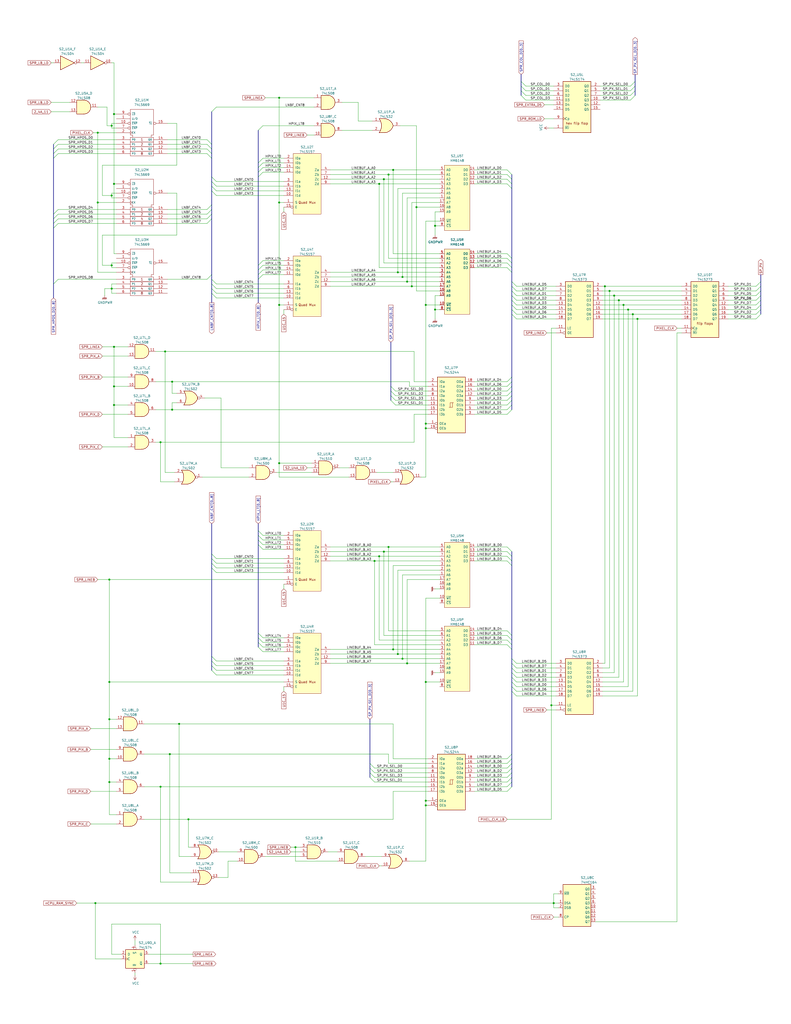
<source format=kicad_sch>
(kicad_sch (version 20230121) (generator eeschema)
  (paper "C" portrait)
  (title_block (title "Slapfight Arcade PCB") (company "Schematics created by Neil Ward & Anton Gale"))
  (junction (at 237.49 123.19))
  (junction (at 60.96 144.78))
  (junction (at 217.17 148.59))
  (junction (at 87.63 429.26))
  (junction (at 152.4 252.73))
  (junction (at 302.26 492.76))
  (junction (at 62.23 220.98))
  (junction (at 207.01 100.33))
  (junction (at 87.63 525.78))
  (junction (at 300.99 384.81))
  (junction (at 97.79 394.97))
  (junction (at 93.98 208.28))
  (junction (at 62.23 100.33))
  (junction (at 152.4 110.49))
  (junction (at 222.25 361.95))
  (junction (at 209.55 97.79))
  (junction (at 232.41 436.88))
  (junction (at 62.23 210.82))
  (junction (at 219.71 359.41))
  (junction (at 214.63 92.71))
  (junction (at 335.28 161.29))
  (junction (at 237.49 168.91))
  (junction (at 60.96 157.48))
  (junction (at 90.17 191.77))
  (junction (at 222.25 153.67))
  (junction (at 219.71 151.13))
  (junction (at 345.44 171.45))
  (junction (at 232.41 372.11))
  (junction (at 161.29 462.28))
  (junction (at 209.55 300.99))
  (junction (at 102.87 447.04))
  (junction (at 337.82 163.83))
  (junction (at 53.34 72.39))
  (junction (at 342.9 168.91))
  (junction (at 52.07 492.76))
  (junction (at 59.69 414.02))
  (junction (at 92.71 411.48))
  (junction (at 214.63 354.33))
  (junction (at 62.23 189.23))
  (junction (at 232.41 233.68))
  (junction (at 232.41 231.14))
  (junction (at 152.4 53.34))
  (junction (at 347.98 173.99))
  (junction (at 59.69 316.23))
  (junction (at 212.09 298.45))
  (junction (at 217.17 356.87))
  (junction (at 59.69 392.43))
  (junction (at 212.09 95.25))
  (junction (at 59.69 372.11))
  (junction (at 60.96 68.58))
  (junction (at 224.79 156.21))
  (junction (at 330.2 156.21))
  (junction (at 207.01 303.53))
  (junction (at 152.4 166.37))
  (junction (at 332.74 158.75))
  (junction (at 59.69 426.72))
  (junction (at 232.41 439.42))
  (junction (at 93.98 223.52))
  (junction (at 204.47 306.07))
  (junction (at 340.36 166.37))
  (junction (at 53.34 110.49))
  (junction (at 232.41 166.37))
  (junction (at 227.33 113.03))
  (junction (at 87.63 241.3))
  (junction (at 60.96 106.68))
  (junction (at 62.23 62.23))
  (bus_entry (at 113.03 114.3) (size 2.54 -2.54))
  (bus_entry (at 118.11 157.48) (size -2.54 -2.54))
  (bus_entry (at 140.97 91.44) (size 2.54 -2.54))
  (bus_entry (at 140.97 71.12) (size 2.54 -2.54))
  (bus_entry (at 31.75 121.92) (size -2.54 2.54))
  (bus_entry (at 140.97 353.06) (size 2.54 2.54))
  (bus_entry (at 213.36 215.9) (size 2.54 2.54))
  (bus_entry (at 281.94 372.11) (size -2.54 -2.54))
  (bus_entry (at 281.94 377.19) (size -2.54 -2.54))
  (bus_entry (at 281.94 161.29) (size -2.54 -2.54))
  (bus_entry (at 281.94 367.03) (size -2.54 -2.54))
  (bus_entry (at 118.11 368.3) (size -2.54 -2.54))
  (bus_entry (at 118.11 304.8) (size -2.54 -2.54))
  (bus_entry (at 276.86 431.8) (size 2.54 -2.54))
  (bus_entry (at 276.86 300.99) (size 2.54 2.54))
  (bus_entry (at 118.11 160.02) (size -2.54 -2.54))
  (bus_entry (at 415.29 168.91) (size -2.54 2.54))
  (bus_entry (at 284.48 52.07) (size 2.54 2.54))
  (bus_entry (at 31.75 119.38) (size -2.54 2.54))
  (bus_entry (at 140.97 289.56) (size 2.54 2.54))
  (bus_entry (at 276.86 210.82) (size 2.54 -2.54))
  (bus_entry (at 140.97 144.78) (size 2.54 -2.54))
  (bus_entry (at 276.86 429.26) (size 2.54 -2.54))
  (bus_entry (at 415.29 171.45) (size -2.54 2.54))
  (bus_entry (at 276.86 97.79) (size 2.54 2.54))
  (bus_entry (at 276.86 95.25) (size 2.54 2.54))
  (bus_entry (at 276.86 92.71) (size 2.54 2.54))
  (bus_entry (at 276.86 100.33) (size 2.54 2.54))
  (bus_entry (at 276.86 213.36) (size 2.54 -2.54))
  (bus_entry (at 201.93 419.1) (size 2.54 2.54))
  (bus_entry (at 346.71 49.53) (size -2.54 2.54))
  (bus_entry (at 281.94 158.75) (size -2.54 -2.54))
  (bus_entry (at 276.86 215.9) (size 2.54 -2.54))
  (bus_entry (at 276.86 208.28) (size 2.54 -2.54))
  (bus_entry (at 276.86 226.06) (size 2.54 -2.54))
  (bus_entry (at 140.97 152.4) (size 2.54 -2.54))
  (bus_entry (at 31.75 81.28) (size -2.54 2.54))
  (bus_entry (at 140.97 88.9) (size 2.54 -2.54))
  (bus_entry (at 31.75 116.84) (size -2.54 2.54))
  (bus_entry (at 276.86 138.43) (size 2.54 2.54))
  (bus_entry (at 31.75 152.4) (size -2.54 2.54))
  (bus_entry (at 113.03 152.4) (size 2.54 -2.54))
  (bus_entry (at 118.11 104.14) (size -2.54 -2.54))
  (bus_entry (at 346.71 44.45) (size -2.54 2.54))
  (bus_entry (at 113.03 83.82) (size 2.54 2.54))
  (bus_entry (at 31.75 114.3) (size -2.54 2.54))
  (bus_entry (at 276.86 140.97) (size 2.54 2.54))
  (bus_entry (at 346.71 52.07) (size -2.54 2.54))
  (bus_entry (at 415.29 158.75) (size -2.54 2.54))
  (bus_entry (at 31.75 83.82) (size -2.54 2.54))
  (bus_entry (at 118.11 99.06) (size -2.54 -2.54))
  (bus_entry (at 276.86 218.44) (size 2.54 -2.54))
  (bus_entry (at 276.86 421.64) (size 2.54 -2.54))
  (bus_entry (at 276.86 298.45) (size 2.54 2.54))
  (bus_entry (at 415.29 156.21) (size -2.54 2.54))
  (bus_entry (at 118.11 363.22) (size -2.54 -2.54))
  (bus_entry (at 276.86 346.71) (size 2.54 2.54))
  (bus_entry (at 276.86 303.53) (size 2.54 2.54))
  (bus_entry (at 276.86 426.72) (size 2.54 -2.54))
  (bus_entry (at 281.94 173.99) (size -2.54 -2.54))
  (bus_entry (at 415.29 163.83) (size -2.54 2.54))
  (bus_entry (at 276.86 414.02) (size 2.54 -2.54))
  (bus_entry (at 118.11 101.6) (size -2.54 -2.54))
  (bus_entry (at 140.97 294.64) (size 2.54 2.54))
  (bus_entry (at 118.11 307.34) (size -2.54 -2.54))
  (bus_entry (at 113.03 76.2) (size 2.54 2.54))
  (bus_entry (at 276.86 143.51) (size 2.54 2.54))
  (bus_entry (at 113.03 78.74) (size 2.54 2.54))
  (bus_entry (at 31.75 76.2) (size -2.54 2.54))
  (bus_entry (at 276.86 223.52) (size 2.54 -2.54))
  (bus_entry (at 281.94 171.45) (size -2.54 -2.54))
  (bus_entry (at 113.03 119.38) (size 2.54 -2.54))
  (bus_entry (at 281.94 163.83) (size -2.54 -2.54))
  (bus_entry (at 276.86 349.25) (size 2.54 2.54))
  (bus_entry (at 201.93 424.18) (size 2.54 2.54))
  (bus_entry (at 281.94 361.95) (size -2.54 -2.54))
  (bus_entry (at 276.86 146.05) (size 2.54 2.54))
  (bus_entry (at 276.86 306.07) (size 2.54 2.54))
  (bus_entry (at 118.11 58.42) (size -2.54 2.54))
  (bus_entry (at 276.86 416.56) (size 2.54 -2.54))
  (bus_entry (at 276.86 344.17) (size 2.54 2.54))
  (bus_entry (at 118.11 360.68) (size -2.54 -2.54))
  (bus_entry (at 276.86 419.1) (size 2.54 -2.54))
  (bus_entry (at 281.94 379.73) (size -2.54 -2.54))
  (bus_entry (at 140.97 149.86) (size 2.54 -2.54))
  (bus_entry (at 346.71 46.99) (size -2.54 2.54))
  (bus_entry (at 281.94 166.37) (size -2.54 -2.54))
  (bus_entry (at 118.11 365.76) (size -2.54 -2.54))
  (bus_entry (at 118.11 154.94) (size -2.54 -2.54))
  (bus_entry (at 213.36 218.44) (size 2.54 2.54))
  (bus_entry (at 281.94 369.57) (size -2.54 -2.54))
  (bus_entry (at 140.97 347.98) (size 2.54 2.54))
  (bus_entry (at 140.97 297.18) (size 2.54 2.54))
  (bus_entry (at 118.11 162.56) (size -2.54 -2.54))
  (bus_entry (at 284.48 46.99) (size 2.54 2.54))
  (bus_entry (at 213.36 210.82) (size 2.54 2.54))
  (bus_entry (at 284.48 44.45) (size 2.54 2.54))
  (bus_entry (at 113.03 116.84) (size 2.54 -2.54))
  (bus_entry (at 31.75 78.74) (size -2.54 2.54))
  (bus_entry (at 118.11 312.42) (size -2.54 -2.54))
  (bus_entry (at 213.36 213.36) (size 2.54 2.54))
  (bus_entry (at 201.93 421.64) (size 2.54 2.54))
  (bus_entry (at 113.03 121.92) (size 2.54 -2.54))
  (bus_entry (at 281.94 364.49) (size -2.54 -2.54))
  (bus_entry (at 276.86 424.18) (size 2.54 -2.54))
  (bus_entry (at 284.48 49.53) (size 2.54 2.54))
  (bus_entry (at 140.97 147.32) (size 2.54 -2.54))
  (bus_entry (at 201.93 416.56) (size 2.54 2.54))
  (bus_entry (at 415.29 166.37) (size -2.54 2.54))
  (bus_entry (at 415.29 161.29) (size -2.54 2.54))
  (bus_entry (at 140.97 93.98) (size 2.54 -2.54))
  (bus_entry (at 415.29 153.67) (size -2.54 2.54))
  (bus_entry (at 281.94 374.65) (size -2.54 -2.54))
  (bus_entry (at 281.94 156.21) (size -2.54 -2.54))
  (bus_entry (at 118.11 309.88) (size -2.54 -2.54))
  (bus_entry (at 140.97 96.52) (size 2.54 -2.54))
  (bus_entry (at 113.03 81.28) (size 2.54 2.54))
  (bus_entry (at 281.94 168.91) (size -2.54 -2.54))
  (bus_entry (at 140.97 345.44) (size 2.54 2.54))
  (bus_entry (at 276.86 351.79) (size 2.54 2.54))
  (bus_entry (at 140.97 292.1) (size 2.54 2.54))
  (bus_entry (at 276.86 220.98) (size 2.54 -2.54))
  (bus_entry (at 118.11 106.68) (size -2.54 -2.54))
  (bus_entry (at 140.97 350.52) (size 2.54 2.54))
  (wire (pts (xy 53.34 110.49) (xy 63.5 110.49)))
  (wire (pts (xy 259.08 421.64) (xy 276.86 421.64)))
  (wire (pts (xy 87.63 525.78) (xy 105.41 525.78)))
  (wire (pts (xy 259.08 346.71) (xy 276.86 346.71)))
  (wire (pts (xy 59.69 444.5) (xy 63.5 444.5)))
  (wire (pts (xy 143.51 86.36) (xy 154.94 86.36)))
  (wire (pts (xy 229.87 260.35) (xy 232.41 260.35)))
  (wire (pts (xy 60.96 143.51) (xy 60.96 144.78)))
  (wire (pts (xy 259.08 138.43) (xy 276.86 138.43)))
  (wire (pts (xy 232.41 231.14) (xy 233.68 231.14)))
  (bus (pts (xy 279.4 414.02) (xy 279.4 411.48)))
  (wire (pts (xy 62.23 210.82) (xy 69.85 210.82)))
  (wire (pts (xy 62.23 210.82) (xy 62.23 220.98)))
  (wire (pts (xy 154.94 309.88) (xy 118.11 309.88)))
  (bus (pts (xy 140.97 350.52) (xy 140.97 353.06)))
  (wire (pts (xy 345.44 171.45) (xy 372.11 171.45)))
  (wire (pts (xy 55.88 205.74) (xy 69.85 205.74)))
  (wire (pts (xy 223.52 210.82) (xy 233.68 210.82)))
  (wire (pts (xy 328.93 171.45) (xy 345.44 171.45)))
  (wire (pts (xy 179.07 464.82) (xy 184.15 464.82)))
  (wire (pts (xy 232.41 436.88) (xy 233.68 436.88)))
  (wire (pts (xy 143.51 91.44) (xy 154.94 91.44)))
  (bus (pts (xy 140.97 147.32) (xy 140.97 144.78)))
  (wire (pts (xy 93.98 223.52) (xy 233.68 223.52)))
  (bus (pts (xy 279.4 351.79) (xy 279.4 354.33)))
  (bus (pts (xy 115.57 78.74) (xy 115.57 81.28)))
  (wire (pts (xy 52.07 492.76) (xy 302.26 492.76)))
  (wire (pts (xy 219.71 151.13) (xy 240.03 151.13)))
  (wire (pts (xy 204.47 351.79) (xy 204.47 306.07)))
  (wire (pts (xy 259.08 100.33) (xy 276.86 100.33)))
  (wire (pts (xy 143.51 144.78) (xy 154.94 144.78)))
  (wire (pts (xy 143.51 142.24) (xy 154.94 142.24)))
  (wire (pts (xy 154.94 101.6) (xy 118.11 101.6)))
  (wire (pts (xy 327.66 54.61) (xy 344.17 54.61)))
  (bus (pts (xy 279.4 161.29) (xy 279.4 158.75)))
  (wire (pts (xy 303.53 168.91) (xy 281.94 168.91)))
  (wire (pts (xy 259.08 210.82) (xy 276.86 210.82)))
  (wire (pts (xy 240.03 308.61) (xy 214.63 308.61)))
  (wire (pts (xy 167.64 73.66) (xy 171.45 73.66)))
  (wire (pts (xy 91.44 152.4) (xy 113.03 152.4)))
  (wire (pts (xy 180.34 148.59) (xy 217.17 148.59)))
  (wire (pts (xy 180.34 356.87) (xy 217.17 356.87)))
  (bus (pts (xy 29.21 86.36) (xy 29.21 116.84)))
  (bus (pts (xy 140.97 93.98) (xy 140.97 96.52)))
  (bus (pts (xy 279.4 95.25) (xy 279.4 97.79)))
  (wire (pts (xy 154.94 110.49) (xy 152.4 110.49)))
  (wire (pts (xy 60.96 69.85) (xy 63.5 69.85)))
  (wire (pts (xy 55.88 226.06) (xy 69.85 226.06)))
  (wire (pts (xy 345.44 377.19) (xy 345.44 171.45)))
  (wire (pts (xy 259.08 143.51) (xy 276.86 143.51)))
  (wire (pts (xy 53.34 110.49) (xy 53.34 148.59)))
  (wire (pts (xy 259.08 351.79) (xy 276.86 351.79)))
  (wire (pts (xy 214.63 431.8) (xy 233.68 431.8)))
  (wire (pts (xy 91.44 121.92) (xy 113.03 121.92)))
  (wire (pts (xy 143.51 68.58) (xy 171.45 68.58)))
  (wire (pts (xy 96.52 219.71) (xy 93.98 219.71)))
  (wire (pts (xy 259.08 424.18) (xy 276.86 424.18)))
  (wire (pts (xy 58.42 58.42) (xy 58.42 68.58)))
  (bus (pts (xy 140.97 297.18) (xy 140.97 345.44)))
  (bus (pts (xy 115.57 154.94) (xy 115.57 157.48)))
  (wire (pts (xy 259.08 419.1) (xy 276.86 419.1)))
  (bus (pts (xy 279.4 213.36) (xy 279.4 210.82)))
  (wire (pts (xy 96.52 67.31) (xy 96.52 90.17)))
  (bus (pts (xy 279.4 208.28) (xy 279.4 210.82)))
  (bus (pts (xy 284.48 46.99) (xy 284.48 49.53)))
  (bus (pts (xy 415.29 168.91) (xy 415.29 171.45)))
  (wire (pts (xy 259.08 349.25) (xy 276.86 349.25)))
  (wire (pts (xy 55.88 144.78) (xy 60.96 144.78)))
  (bus (pts (xy 279.4 171.45) (xy 279.4 168.91)))
  (wire (pts (xy 209.55 346.71) (xy 209.55 300.99)))
  (wire (pts (xy 154.94 318.77) (xy 154.94 321.31)))
  (wire (pts (xy 55.88 194.31) (xy 69.85 194.31)))
  (wire (pts (xy 303.53 166.37) (xy 281.94 166.37)))
  (bus (pts (xy 115.57 111.76) (xy 115.57 114.3)))
  (wire (pts (xy 53.34 58.42) (xy 58.42 58.42)))
  (wire (pts (xy 233.68 426.72) (xy 204.47 426.72)))
  (wire (pts (xy 259.08 303.53) (xy 276.86 303.53)))
  (wire (pts (xy 302.26 64.77) (xy 297.18 64.77)))
  (bus (pts (xy 115.57 119.38) (xy 115.57 149.86)))
  (wire (pts (xy 237.49 168.91) (xy 240.03 168.91)))
  (bus (pts (xy 279.4 143.51) (xy 279.4 146.05)))
  (wire (pts (xy 96.52 105.41) (xy 96.52 128.27)))
  (wire (pts (xy 303.53 171.45) (xy 281.94 171.45)))
  (wire (pts (xy 143.51 297.18) (xy 154.94 297.18)))
  (wire (pts (xy 180.34 361.95) (xy 222.25 361.95)))
  (wire (pts (xy 161.29 469.9) (xy 161.29 462.28)))
  (wire (pts (xy 185.42 255.27) (xy 190.5 255.27)))
  (bus (pts (xy 279.4 220.98) (xy 279.4 218.44)))
  (bus (pts (xy 201.93 392.43) (xy 201.93 416.56)))
  (bus (pts (xy 279.4 377.19) (xy 279.4 374.65)))
  (wire (pts (xy 180.34 95.25) (xy 212.09 95.25)))
  (wire (pts (xy 240.03 107.95) (xy 222.25 107.95)))
  (wire (pts (xy 180.34 300.99) (xy 209.55 300.99)))
  (wire (pts (xy 63.5 114.3) (xy 31.75 114.3)))
  (wire (pts (xy 340.36 372.11) (xy 340.36 166.37)))
  (bus (pts (xy 279.4 419.1) (xy 279.4 416.56)))
  (wire (pts (xy 342.9 168.91) (xy 372.11 168.91)))
  (bus (pts (xy 140.97 152.4) (xy 140.97 165.1)))
  (wire (pts (xy 152.4 260.35) (xy 190.5 260.35)))
  (wire (pts (xy 222.25 153.67) (xy 240.03 153.67)))
  (wire (pts (xy 60.96 105.41) (xy 60.96 106.68)))
  (bus (pts (xy 140.97 347.98) (xy 140.97 350.52)))
  (wire (pts (xy 180.34 100.33) (xy 207.01 100.33)))
  (wire (pts (xy 412.75 166.37) (xy 397.51 166.37)))
  (wire (pts (xy 240.03 110.49) (xy 224.79 110.49)))
  (wire (pts (xy 152.4 110.49) (xy 152.4 166.37)))
  (bus (pts (xy 279.4 100.33) (xy 279.4 102.87)))
  (bus (pts (xy 279.4 148.59) (xy 279.4 153.67)))
  (bus (pts (xy 140.97 71.12) (xy 140.97 88.9)))
  (wire (pts (xy 222.25 316.23) (xy 222.25 361.95)))
  (bus (pts (xy 279.4 223.52) (xy 279.4 220.98)))
  (wire (pts (xy 60.96 154.94) (xy 60.96 157.48)))
  (wire (pts (xy 224.79 110.49) (xy 224.79 156.21)))
  (wire (pts (xy 369.57 181.61) (xy 369.57 502.92)))
  (wire (pts (xy 237.49 115.57) (xy 237.49 123.19)))
  (wire (pts (xy 27.94 34.29) (xy 29.21 34.29)))
  (wire (pts (xy 233.68 208.28) (xy 226.06 208.28)))
  (wire (pts (xy 186.69 71.12) (xy 203.2 71.12)))
  (wire (pts (xy 91.44 76.2) (xy 113.03 76.2)))
  (wire (pts (xy 328.93 361.95) (xy 330.2 361.95)))
  (wire (pts (xy 143.51 350.52) (xy 154.94 350.52)))
  (wire (pts (xy 237.49 123.19) (xy 240.03 123.19)))
  (wire (pts (xy 78.74 447.04) (xy 102.87 447.04)))
  (wire (pts (xy 124.46 478.79) (xy 124.46 469.9)))
  (wire (pts (xy 27.94 55.88) (xy 38.1 55.88)))
  (bus (pts (xy 115.57 157.48) (xy 115.57 160.02)))
  (wire (pts (xy 63.5 121.92) (xy 31.75 121.92)))
  (bus (pts (xy 115.57 360.68) (xy 115.57 363.22)))
  (bus (pts (xy 279.4 153.67) (xy 279.4 156.21)))
  (wire (pts (xy 303.53 361.95) (xy 281.94 361.95)))
  (wire (pts (xy 63.5 154.94) (xy 60.96 154.94)))
  (wire (pts (xy 240.03 351.79) (xy 204.47 351.79)))
  (wire (pts (xy 328.93 369.57) (xy 337.82 369.57)))
  (wire (pts (xy 232.41 120.65) (xy 232.41 166.37)))
  (bus (pts (xy 213.36 215.9) (xy 213.36 218.44)))
  (bus (pts (xy 284.48 40.64) (xy 284.48 44.45)))
  (bus (pts (xy 115.57 86.36) (xy 115.57 96.52)))
  (wire (pts (xy 233.68 218.44) (xy 215.9 218.44)))
  (bus (pts (xy 115.57 149.86) (xy 115.57 152.4)))
  (wire (pts (xy 95.25 262.89) (xy 87.63 262.89)))
  (bus (pts (xy 115.57 307.34) (xy 115.57 309.88)))
  (wire (pts (xy 205.74 257.81) (xy 214.63 257.81)))
  (wire (pts (xy 92.71 476.25) (xy 92.71 411.48)))
  (wire (pts (xy 300.99 447.04) (xy 276.86 447.04)))
  (wire (pts (xy 212.09 411.48) (xy 212.09 416.56)))
  (bus (pts (xy 279.4 367.03) (xy 279.4 364.49)))
  (wire (pts (xy 27.94 60.96) (xy 38.1 60.96)))
  (bus (pts (xy 29.21 83.82) (xy 29.21 86.36)))
  (wire (pts (xy 259.08 213.36) (xy 276.86 213.36)))
  (wire (pts (xy 259.08 414.02) (xy 276.86 414.02)))
  (bus (pts (xy 279.4 140.97) (xy 279.4 143.51)))
  (wire (pts (xy 90.17 191.77) (xy 226.06 191.77)))
  (wire (pts (xy 87.63 262.89) (xy 87.63 241.3)))
  (wire (pts (xy 152.4 166.37) (xy 154.94 166.37)))
  (wire (pts (xy 154.94 113.03) (xy 154.94 115.57)))
  (wire (pts (xy 63.5 78.74) (xy 31.75 78.74)))
  (wire (pts (xy 154.94 160.02) (xy 118.11 160.02)))
  (wire (pts (xy 180.34 97.79) (xy 209.55 97.79)))
  (wire (pts (xy 304.8 487.68) (xy 302.26 487.68)))
  (wire (pts (xy 59.69 372.11) (xy 154.94 372.11)))
  (wire (pts (xy 154.94 312.42) (xy 118.11 312.42)))
  (wire (pts (xy 110.49 260.35) (xy 135.89 260.35)))
  (wire (pts (xy 104.14 462.28) (xy 102.87 462.28)))
  (bus (pts (xy 115.57 96.52) (xy 115.57 99.06)))
  (wire (pts (xy 85.09 223.52) (xy 93.98 223.52)))
  (bus (pts (xy 213.36 186.69) (xy 213.36 210.82)))
  (bus (pts (xy 279.4 429.26) (xy 279.4 426.72)))
  (bus (pts (xy 279.4 308.61) (xy 279.4 346.71)))
  (wire (pts (xy 111.76 217.17) (xy 120.65 217.17)))
  (wire (pts (xy 240.03 326.39) (xy 232.41 326.39)))
  (wire (pts (xy 300.99 384.81) (xy 303.53 384.81)))
  (wire (pts (xy 237.49 161.29) (xy 240.03 161.29)))
  (wire (pts (xy 217.17 311.15) (xy 217.17 356.87)))
  (bus (pts (xy 115.57 99.06) (xy 115.57 101.6)))
  (wire (pts (xy 73.66 532.13) (xy 73.66 530.86)))
  (bus (pts (xy 279.4 300.99) (xy 279.4 303.53)))
  (wire (pts (xy 143.51 353.06) (xy 154.94 353.06)))
  (bus (pts (xy 279.4 168.91) (xy 279.4 166.37)))
  (bus (pts (xy 140.97 285.75) (xy 140.97 289.56)))
  (bus (pts (xy 279.4 306.07) (xy 279.4 308.61)))
  (wire (pts (xy 214.63 138.43) (xy 214.63 92.71)))
  (wire (pts (xy 412.75 161.29) (xy 397.51 161.29)))
  (wire (pts (xy 63.5 67.31) (xy 60.96 67.31)))
  (wire (pts (xy 240.03 102.87) (xy 217.17 102.87)))
  (wire (pts (xy 259.08 429.26) (xy 276.86 429.26)))
  (wire (pts (xy 259.08 218.44) (xy 276.86 218.44)))
  (wire (pts (xy 412.75 168.91) (xy 397.51 168.91)))
  (bus (pts (xy 201.93 416.56) (xy 201.93 419.1)))
  (wire (pts (xy 102.87 447.04) (xy 102.87 462.28)))
  (wire (pts (xy 328.93 367.03) (xy 335.28 367.03)))
  (wire (pts (xy 95.25 257.81) (xy 90.17 257.81)))
  (wire (pts (xy 63.5 146.05) (xy 60.96 146.05)))
  (wire (pts (xy 328.93 379.73) (xy 347.98 379.73)))
  (wire (pts (xy 90.17 257.81) (xy 90.17 191.77)))
  (wire (pts (xy 87.63 241.3) (xy 226.06 241.3)))
  (wire (pts (xy 53.34 72.39) (xy 63.5 72.39)))
  (wire (pts (xy 59.69 426.72) (xy 63.5 426.72)))
  (wire (pts (xy 259.08 97.79) (xy 276.86 97.79)))
  (wire (pts (xy 60.96 157.48) (xy 63.5 157.48)))
  (bus (pts (xy 213.36 210.82) (xy 213.36 213.36)))
  (wire (pts (xy 340.36 166.37) (xy 372.11 166.37)))
  (wire (pts (xy 304.8 492.76) (xy 302.26 492.76)))
  (wire (pts (xy 298.45 387.35) (xy 303.53 387.35)))
  (wire (pts (xy 58.42 68.58) (xy 60.96 68.58)))
  (bus (pts (xy 115.57 302.26) (xy 115.57 304.8)))
  (wire (pts (xy 212.09 95.25) (xy 240.03 95.25)))
  (bus (pts (xy 140.97 96.52) (xy 140.97 144.78)))
  (wire (pts (xy 93.98 214.63) (xy 93.98 208.28)))
  (wire (pts (xy 180.34 92.71) (xy 214.63 92.71)))
  (wire (pts (xy 259.08 92.71) (xy 276.86 92.71)))
  (wire (pts (xy 217.17 102.87) (xy 217.17 148.59)))
  (wire (pts (xy 49.53 431.8) (xy 63.5 431.8)))
  (bus (pts (xy 415.29 156.21) (xy 415.29 158.75)))
  (bus (pts (xy 346.71 40.64) (xy 346.71 44.45)))
  (wire (pts (xy 143.51 355.6) (xy 154.94 355.6)))
  (bus (pts (xy 115.57 309.88) (xy 115.57 358.14)))
  (wire (pts (xy 62.23 189.23) (xy 69.85 189.23)))
  (wire (pts (xy 219.71 359.41) (xy 240.03 359.41)))
  (wire (pts (xy 59.69 392.43) (xy 63.5 392.43)))
  (wire (pts (xy 73.66 513.08) (xy 73.66 515.62)))
  (wire (pts (xy 222.25 107.95) (xy 222.25 153.67)))
  (wire (pts (xy 120.65 255.27) (xy 135.89 255.27)))
  (bus (pts (xy 29.21 119.38) (xy 29.21 121.92)))
  (wire (pts (xy 85.09 241.3) (xy 87.63 241.3)))
  (wire (pts (xy 233.68 419.1) (xy 204.47 419.1)))
  (wire (pts (xy 227.33 113.03) (xy 227.33 158.75)))
  (wire (pts (xy 297.18 57.15) (xy 302.26 57.15)))
  (wire (pts (xy 347.98 173.99) (xy 372.11 173.99)))
  (wire (pts (xy 154.94 304.8) (xy 118.11 304.8)))
  (wire (pts (xy 240.03 140.97) (xy 212.09 140.97)))
  (wire (pts (xy 87.63 429.26) (xy 233.68 429.26)))
  (wire (pts (xy 143.51 299.72) (xy 154.94 299.72)))
  (bus (pts (xy 415.29 153.67) (xy 415.29 156.21)))
  (wire (pts (xy 232.41 231.14) (xy 232.41 233.68)))
  (wire (pts (xy 300.99 179.07) (xy 300.99 384.81)))
  (wire (pts (xy 57.15 157.48) (xy 60.96 157.48)))
  (wire (pts (xy 328.93 173.99) (xy 347.98 173.99)))
  (bus (pts (xy 115.57 83.82) (xy 115.57 86.36)))
  (bus (pts (xy 115.57 358.14) (xy 115.57 360.68)))
  (bus (pts (xy 284.48 44.45) (xy 284.48 46.99)))
  (wire (pts (xy 63.5 138.43) (xy 62.23 138.43)))
  (wire (pts (xy 180.34 298.45) (xy 212.09 298.45)))
  (wire (pts (xy 180.34 306.07) (xy 204.47 306.07)))
  (bus (pts (xy 279.4 166.37) (xy 279.4 163.83)))
  (wire (pts (xy 303.53 161.29) (xy 281.94 161.29)))
  (wire (pts (xy 232.41 166.37) (xy 240.03 166.37)))
  (bus (pts (xy 415.29 158.75) (xy 415.29 161.29)))
  (bus (pts (xy 279.4 424.18) (xy 279.4 421.64)))
  (bus (pts (xy 279.4 303.53) (xy 279.4 306.07)))
  (wire (pts (xy 332.74 364.49) (xy 332.74 158.75)))
  (wire (pts (xy 328.93 161.29) (xy 335.28 161.29)))
  (wire (pts (xy 66.04 520.7) (xy 60.96 520.7)))
  (wire (pts (xy 369.57 179.07) (xy 372.11 179.07)))
  (wire (pts (xy 104.14 467.36) (xy 97.79 467.36)))
  (wire (pts (xy 226.06 226.06) (xy 233.68 226.06)))
  (wire (pts (xy 303.53 374.65) (xy 281.94 374.65)))
  (wire (pts (xy 143.51 347.98) (xy 154.94 347.98)))
  (wire (pts (xy 78.74 429.26) (xy 87.63 429.26)))
  (wire (pts (xy 152.4 110.49) (xy 152.4 53.34)))
  (wire (pts (xy 207.01 100.33) (xy 240.03 100.33)))
  (wire (pts (xy 63.5 105.41) (xy 60.96 105.41)))
  (wire (pts (xy 154.94 154.94) (xy 118.11 154.94)))
  (wire (pts (xy 63.5 81.28) (xy 31.75 81.28)))
  (wire (pts (xy 209.55 97.79) (xy 240.03 97.79)))
  (bus (pts (xy 279.4 102.87) (xy 279.4 140.97)))
  (wire (pts (xy 232.41 469.9) (xy 232.41 439.42)))
  (wire (pts (xy 328.93 374.65) (xy 342.9 374.65)))
  (wire (pts (xy 303.53 379.73) (xy 281.94 379.73)))
  (wire (pts (xy 62.23 220.98) (xy 62.23 238.76)))
  (wire (pts (xy 96.52 214.63) (xy 93.98 214.63)))
  (wire (pts (xy 217.17 148.59) (xy 240.03 148.59)))
  (wire (pts (xy 91.44 116.84) (xy 113.03 116.84)))
  (wire (pts (xy 337.82 369.57) (xy 337.82 163.83)))
  (wire (pts (xy 233.68 215.9) (xy 215.9 215.9)))
  (wire (pts (xy 195.58 55.88) (xy 195.58 66.04)))
  (wire (pts (xy 240.03 146.05) (xy 207.01 146.05)))
  (wire (pts (xy 237.49 123.19) (xy 237.49 128.27)))
  (wire (pts (xy 328.93 168.91) (xy 342.9 168.91)))
  (wire (pts (xy 303.53 158.75) (xy 281.94 158.75)))
  (bus (pts (xy 279.4 421.64) (xy 279.4 419.1)))
  (wire (pts (xy 96.52 90.17) (xy 55.88 90.17)))
  (wire (pts (xy 180.34 153.67) (xy 222.25 153.67)))
  (bus (pts (xy 140.97 289.56) (xy 140.97 292.1)))
  (wire (pts (xy 143.51 292.1) (xy 154.94 292.1)))
  (bus (pts (xy 115.57 101.6) (xy 115.57 104.14)))
  (wire (pts (xy 195.58 66.04) (xy 203.2 66.04)))
  (wire (pts (xy 223.52 208.28) (xy 223.52 210.82)))
  (wire (pts (xy 199.39 467.36) (xy 208.28 467.36)))
  (wire (pts (xy 327.66 46.99) (xy 344.17 46.99)))
  (wire (pts (xy 222.25 361.95) (xy 240.03 361.95)))
  (wire (pts (xy 161.29 462.28) (xy 163.83 462.28)))
  (wire (pts (xy 204.47 306.07) (xy 240.03 306.07)))
  (wire (pts (xy 259.08 416.56) (xy 276.86 416.56)))
  (wire (pts (xy 49.53 397.51) (xy 63.5 397.51)))
  (wire (pts (xy 237.49 115.57) (xy 240.03 115.57)))
  (bus (pts (xy 115.57 114.3) (xy 115.57 116.84)))
  (wire (pts (xy 412.75 156.21) (xy 397.51 156.21)))
  (bus (pts (xy 29.21 121.92) (xy 29.21 124.46)))
  (wire (pts (xy 342.9 374.65) (xy 342.9 168.91)))
  (bus (pts (xy 279.4 414.02) (xy 279.4 416.56)))
  (bus (pts (xy 279.4 369.57) (xy 279.4 367.03)))
  (wire (pts (xy 303.53 377.19) (xy 281.94 377.19)))
  (wire (pts (xy 62.23 34.29) (xy 62.23 62.23)))
  (bus (pts (xy 115.57 60.96) (xy 115.57 78.74)))
  (wire (pts (xy 240.03 372.11) (xy 232.41 372.11)))
  (wire (pts (xy 60.96 68.58) (xy 60.96 69.85)))
  (wire (pts (xy 214.63 308.61) (xy 214.63 354.33)))
  (wire (pts (xy 91.44 83.82) (xy 113.03 83.82)))
  (wire (pts (xy 259.08 208.28) (xy 276.86 208.28)))
  (wire (pts (xy 218.44 68.58) (xy 227.33 68.58)))
  (wire (pts (xy 232.41 166.37) (xy 232.41 231.14)))
  (wire (pts (xy 328.93 156.21) (xy 330.2 156.21)))
  (wire (pts (xy 232.41 326.39) (xy 232.41 372.11)))
  (wire (pts (xy 259.08 344.17) (xy 276.86 344.17)))
  (bus (pts (xy 279.4 346.71) (xy 279.4 349.25)))
  (bus (pts (xy 140.97 292.1) (xy 140.97 294.64)))
  (wire (pts (xy 87.63 525.78) (xy 87.63 504.19)))
  (bus (pts (xy 279.4 377.19) (xy 279.4 411.48)))
  (wire (pts (xy 207.01 303.53) (xy 240.03 303.53)))
  (bus (pts (xy 279.4 171.45) (xy 279.4 205.74)))
  (wire (pts (xy 259.08 215.9) (xy 276.86 215.9)))
  (wire (pts (xy 119.38 478.79) (xy 124.46 478.79)))
  (bus (pts (xy 201.93 419.1) (xy 201.93 421.64)))
  (wire (pts (xy 102.87 447.04) (xy 214.63 447.04)))
  (wire (pts (xy 240.03 313.69) (xy 219.71 313.69)))
  (wire (pts (xy 328.93 158.75) (xy 332.74 158.75)))
  (wire (pts (xy 62.23 220.98) (xy 69.85 220.98)))
  (wire (pts (xy 124.46 469.9) (xy 129.54 469.9)))
  (bus (pts (xy 415.29 166.37) (xy 415.29 168.91)))
  (wire (pts (xy 240.03 105.41) (xy 219.71 105.41)))
  (wire (pts (xy 233.68 424.18) (xy 204.47 424.18)))
  (wire (pts (xy 214.63 354.33) (xy 240.03 354.33)))
  (wire (pts (xy 154.94 368.3) (xy 118.11 368.3)))
  (wire (pts (xy 240.03 138.43) (xy 214.63 138.43)))
  (wire (pts (xy 151.13 257.81) (xy 170.18 257.81)))
  (wire (pts (xy 63.5 100.33) (xy 62.23 100.33)))
  (wire (pts (xy 152.4 53.34) (xy 171.45 53.34)))
  (bus (pts (xy 279.4 364.49) (xy 279.4 361.95)))
  (wire (pts (xy 302.26 492.76) (xy 302.26 495.3)))
  (wire (pts (xy 227.33 113.03) (xy 240.03 113.03)))
  (wire (pts (xy 233.68 421.64) (xy 204.47 421.64)))
  (bus (pts (xy 279.4 374.65) (xy 279.4 372.11)))
  (bus (pts (xy 115.57 160.02) (xy 115.57 165.1)))
  (wire (pts (xy 180.34 303.53) (xy 207.01 303.53)))
  (wire (pts (xy 209.55 300.99) (xy 240.03 300.99)))
  (bus (pts (xy 279.4 208.28) (xy 279.4 205.74)))
  (bus (pts (xy 346.71 44.45) (xy 346.71 46.99)))
  (bus (pts (xy 415.29 163.83) (xy 415.29 166.37)))
  (wire (pts (xy 298.45 181.61) (xy 303.53 181.61)))
  (wire (pts (xy 63.5 116.84) (xy 31.75 116.84)))
  (wire (pts (xy 184.15 469.9) (xy 161.29 469.9)))
  (wire (pts (xy 214.63 414.02) (xy 214.63 394.97)))
  (wire (pts (xy 154.94 162.56) (xy 118.11 162.56)))
  (bus (pts (xy 140.97 91.44) (xy 140.97 88.9)))
  (wire (pts (xy 144.78 467.36) (xy 163.83 467.36)))
  (wire (pts (xy 237.49 321.31) (xy 240.03 321.31)))
  (wire (pts (xy 158.75 464.82) (xy 163.83 464.82)))
  (bus (pts (xy 415.29 161.29) (xy 415.29 163.83)))
  (wire (pts (xy 259.08 95.25) (xy 276.86 95.25)))
  (wire (pts (xy 209.55 143.51) (xy 209.55 97.79)))
  (wire (pts (xy 232.41 372.11) (xy 232.41 436.88)))
  (bus (pts (xy 140.97 147.32) (xy 140.97 149.86)))
  (wire (pts (xy 372.11 181.61) (xy 369.57 181.61)))
  (wire (pts (xy 120.65 217.17) (xy 120.65 255.27)))
  (bus (pts (xy 415.29 149.86) (xy 415.29 153.67)))
  (wire (pts (xy 154.94 99.06) (xy 118.11 99.06)))
  (bus (pts (xy 115.57 116.84) (xy 115.57 119.38)))
  (wire (pts (xy 119.38 464.82) (xy 129.54 464.82)))
  (wire (pts (xy 85.09 208.28) (xy 93.98 208.28)))
  (wire (pts (xy 44.45 34.29) (xy 45.72 34.29)))
  (wire (pts (xy 302.26 495.3) (xy 304.8 495.3)))
  (bus (pts (xy 279.4 349.25) (xy 279.4 351.79)))
  (wire (pts (xy 63.5 119.38) (xy 31.75 119.38)))
  (wire (pts (xy 91.44 105.41) (xy 96.52 105.41)))
  (wire (pts (xy 87.63 504.19) (xy 60.96 504.19)))
  (wire (pts (xy 87.63 481.33) (xy 87.63 429.26)))
  (wire (pts (xy 154.94 168.91) (xy 154.94 171.45)))
  (wire (pts (xy 303.53 156.21) (xy 281.94 156.21)))
  (bus (pts (xy 279.4 215.9) (xy 279.4 213.36)))
  (wire (pts (xy 180.34 156.21) (xy 224.79 156.21)))
  (wire (pts (xy 62.23 138.43) (xy 62.23 100.33)))
  (bus (pts (xy 279.4 163.83) (xy 279.4 161.29)))
  (wire (pts (xy 330.2 156.21) (xy 330.2 361.95)))
  (wire (pts (xy 152.4 166.37) (xy 152.4 252.73)))
  (wire (pts (xy 233.68 439.42) (xy 232.41 439.42)))
  (wire (pts (xy 97.79 394.97) (xy 214.63 394.97)))
  (wire (pts (xy 85.09 191.77) (xy 90.17 191.77)))
  (bus (pts (xy 213.36 213.36) (xy 213.36 215.9)))
  (wire (pts (xy 259.08 298.45) (xy 276.86 298.45)))
  (bus (pts (xy 29.21 81.28) (xy 29.21 83.82)))
  (wire (pts (xy 327.66 49.53) (xy 344.17 49.53)))
  (wire (pts (xy 330.2 156.21) (xy 372.11 156.21)))
  (wire (pts (xy 233.68 213.36) (xy 215.9 213.36)))
  (wire (pts (xy 104.14 481.33) (xy 87.63 481.33)))
  (wire (pts (xy 154.94 365.76) (xy 118.11 365.76)))
  (wire (pts (xy 55.88 189.23) (xy 62.23 189.23)))
  (wire (pts (xy 287.02 49.53) (xy 302.26 49.53)))
  (wire (pts (xy 259.08 146.05) (xy 276.86 146.05)))
  (wire (pts (xy 62.23 62.23) (xy 63.5 62.23)))
  (wire (pts (xy 167.64 255.27) (xy 170.18 255.27)))
  (bus (pts (xy 140.97 149.86) (xy 140.97 152.4)))
  (wire (pts (xy 55.88 128.27) (xy 55.88 144.78)))
  (bus (pts (xy 284.48 49.53) (xy 284.48 52.07)))
  (wire (pts (xy 302.26 500.38) (xy 304.8 500.38)))
  (wire (pts (xy 240.03 120.65) (xy 232.41 120.65)))
  (wire (pts (xy 62.23 189.23) (xy 62.23 210.82)))
  (wire (pts (xy 303.53 173.99) (xy 281.94 173.99)))
  (wire (pts (xy 55.88 90.17) (xy 55.88 106.68)))
  (wire (pts (xy 240.03 311.15) (xy 217.17 311.15)))
  (wire (pts (xy 332.74 158.75) (xy 372.11 158.75)))
  (bus (pts (xy 29.21 78.74) (xy 29.21 81.28)))
  (wire (pts (xy 219.71 313.69) (xy 219.71 359.41)))
  (wire (pts (xy 223.52 469.9) (xy 232.41 469.9)))
  (wire (pts (xy 328.93 163.83) (xy 337.82 163.83)))
  (wire (pts (xy 63.5 76.2) (xy 31.75 76.2)))
  (wire (pts (xy 303.53 179.07) (xy 300.99 179.07)))
  (wire (pts (xy 227.33 158.75) (xy 240.03 158.75)))
  (wire (pts (xy 227.33 113.03) (xy 227.33 68.58)))
  (bus (pts (xy 140.97 294.64) (xy 140.97 297.18)))
  (wire (pts (xy 186.69 55.88) (xy 195.58 55.88)))
  (wire (pts (xy 287.02 52.07) (xy 302.26 52.07)))
  (bus (pts (xy 279.4 218.44) (xy 279.4 215.9)))
  (wire (pts (xy 224.79 156.21) (xy 240.03 156.21)))
  (wire (pts (xy 212.09 416.56) (xy 233.68 416.56)))
  (wire (pts (xy 154.94 157.48) (xy 118.11 157.48)))
  (wire (pts (xy 226.06 241.3) (xy 226.06 226.06)))
  (wire (pts (xy 60.96 504.19) (xy 60.96 520.7)))
  (wire (pts (xy 240.03 143.51) (xy 209.55 143.51)))
  (wire (pts (xy 154.94 104.14) (xy 118.11 104.14)))
  (wire (pts (xy 259.08 140.97) (xy 276.86 140.97)))
  (wire (pts (xy 300.99 384.81) (xy 300.99 447.04)))
  (wire (pts (xy 93.98 208.28) (xy 223.52 208.28)))
  (wire (pts (xy 154.94 363.22) (xy 118.11 363.22)))
  (wire (pts (xy 52.07 492.76) (xy 52.07 523.24)))
  (wire (pts (xy 62.23 100.33) (xy 62.23 62.23)))
  (wire (pts (xy 59.69 316.23) (xy 154.94 316.23)))
  (wire (pts (xy 214.63 447.04) (xy 214.63 431.8)))
  (wire (pts (xy 59.69 372.11) (xy 59.69 392.43)))
  (wire (pts (xy 60.96 160.02) (xy 63.5 160.02)))
  (wire (pts (xy 180.34 151.13) (xy 219.71 151.13)))
  (wire (pts (xy 180.34 354.33) (xy 214.63 354.33)))
  (bus (pts (xy 279.4 354.33) (xy 279.4 359.41)))
  (bus (pts (xy 279.4 372.11) (xy 279.4 369.57)))
  (wire (pts (xy 93.98 219.71) (xy 93.98 223.52)))
  (wire (pts (xy 97.79 467.36) (xy 97.79 394.97)))
  (wire (pts (xy 207.01 146.05) (xy 207.01 100.33)))
  (wire (pts (xy 328.93 377.19) (xy 345.44 377.19)))
  (wire (pts (xy 143.51 149.86) (xy 154.94 149.86)))
  (wire (pts (xy 91.44 78.74) (xy 113.03 78.74)))
  (bus (pts (xy 29.21 124.46) (xy 29.21 154.94)))
  (wire (pts (xy 303.53 369.57) (xy 281.94 369.57)))
  (wire (pts (xy 104.14 476.25) (xy 92.71 476.25)))
  (bus (pts (xy 115.57 304.8) (xy 115.57 307.34)))
  (wire (pts (xy 144.78 53.34) (xy 152.4 53.34)))
  (wire (pts (xy 233.68 220.98) (xy 215.9 220.98)))
  (wire (pts (xy 212.09 140.97) (xy 212.09 95.25)))
  (wire (pts (xy 412.75 173.99) (xy 397.51 173.99)))
  (wire (pts (xy 337.82 163.83) (xy 372.11 163.83)))
  (wire (pts (xy 237.49 161.29) (xy 237.49 168.91)))
  (wire (pts (xy 143.51 294.64) (xy 154.94 294.64)))
  (wire (pts (xy 335.28 161.29) (xy 372.11 161.29)))
  (wire (pts (xy 328.93 372.11) (xy 340.36 372.11)))
  (wire (pts (xy 152.4 252.73) (xy 170.18 252.73)))
  (wire (pts (xy 327.66 52.07) (xy 344.17 52.07)))
  (wire (pts (xy 81.28 525.78) (xy 87.63 525.78)))
  (wire (pts (xy 52.07 523.24) (xy 66.04 523.24)))
  (wire (pts (xy 143.51 88.9) (xy 154.94 88.9)))
  (wire (pts (xy 158.75 462.28) (xy 161.29 462.28)))
  (bus (pts (xy 279.4 97.79) (xy 279.4 100.33)))
  (wire (pts (xy 91.44 114.3) (xy 113.03 114.3)))
  (wire (pts (xy 50.8 72.39) (xy 53.34 72.39)))
  (wire (pts (xy 325.12 502.92) (xy 369.57 502.92)))
  (wire (pts (xy 303.53 364.49) (xy 281.94 364.49)))
  (bus (pts (xy 140.97 91.44) (xy 140.97 93.98)))
  (bus (pts (xy 279.4 158.75) (xy 279.4 156.21)))
  (wire (pts (xy 96.52 128.27) (xy 55.88 128.27)))
  (bus (pts (xy 115.57 285.75) (xy 115.57 302.26)))
  (wire (pts (xy 207.01 472.44) (xy 208.28 472.44)))
  (wire (pts (xy 303.53 367.03) (xy 281.94 367.03)))
  (wire (pts (xy 287.02 54.61) (xy 302.26 54.61)))
  (wire (pts (xy 60.96 67.31) (xy 60.96 68.58)))
  (wire (pts (xy 154.94 374.65) (xy 154.94 377.19)))
  (wire (pts (xy 212.09 298.45) (xy 240.03 298.45)))
  (wire (pts (xy 41.91 492.76) (xy 52.07 492.76)))
  (wire (pts (xy 154.94 106.68) (xy 118.11 106.68)))
  (wire (pts (xy 118.11 58.42) (xy 171.45 58.42)))
  (wire (pts (xy 49.53 449.58) (xy 63.5 449.58)))
  (bus (pts (xy 29.21 116.84) (xy 29.21 119.38)))
  (wire (pts (xy 259.08 220.98) (xy 276.86 220.98)))
  (wire (pts (xy 335.28 367.03) (xy 335.28 161.29)))
  (bus (pts (xy 115.57 104.14) (xy 115.57 111.76)))
  (wire (pts (xy 154.94 360.68) (xy 118.11 360.68)))
  (wire (pts (xy 303.53 372.11) (xy 281.94 372.11)))
  (wire (pts (xy 259.08 426.72) (xy 276.86 426.72)))
  (bus (pts (xy 279.4 426.72) (xy 279.4 424.18)))
  (wire (pts (xy 259.08 223.52) (xy 276.86 223.52)))
  (wire (pts (xy 232.41 233.68) (xy 233.68 233.68)))
  (wire (pts (xy 233.68 414.02) (xy 214.63 414.02)))
  (wire (pts (xy 60.96 157.48) (xy 60.96 160.02)))
  (wire (pts (xy 63.5 107.95) (xy 60.96 107.95)))
  (wire (pts (xy 287.02 46.99) (xy 302.26 46.99)))
  (wire (pts (xy 78.74 411.48) (xy 92.71 411.48)))
  (wire (pts (xy 152.4 252.73) (xy 152.4 260.35)))
  (wire (pts (xy 59.69 414.02) (xy 59.69 426.72)))
  (wire (pts (xy 62.23 238.76) (xy 69.85 238.76)))
  (wire (pts (xy 92.71 411.48) (xy 212.09 411.48)))
  (wire (pts (xy 412.75 171.45) (xy 397.51 171.45)))
  (wire (pts (xy 412.75 158.75) (xy 397.51 158.75)))
  (wire (pts (xy 60.96 107.95) (xy 60.96 106.68)))
  (wire (pts (xy 240.03 349.25) (xy 207.01 349.25)))
  (wire (pts (xy 55.88 106.68) (xy 60.96 106.68)))
  (wire (pts (xy 49.53 408.94) (xy 63.5 408.94)))
  (wire (pts (xy 143.51 147.32) (xy 154.94 147.32)))
  (wire (pts (xy 63.5 143.51) (xy 60.96 143.51)))
  (wire (pts (xy 237.49 367.03) (xy 240.03 367.03)))
  (bus (pts (xy 115.57 363.22) (xy 115.57 365.76)))
  (wire (pts (xy 53.34 72.39) (xy 53.34 110.49)))
  (wire (pts (xy 226.06 208.28) (xy 226.06 191.77)))
  (wire (pts (xy 259.08 306.07) (xy 276.86 306.07)))
  (wire (pts (xy 299.72 69.85) (xy 302.26 69.85)))
  (wire (pts (xy 91.44 81.28) (xy 113.03 81.28)))
  (wire (pts (xy 237.49 168.91) (xy 237.49 173.99)))
  (wire (pts (xy 57.15 157.48) (xy 57.15 161.29)))
  (wire (pts (xy 60.96 34.29) (xy 62.23 34.29)))
  (wire (pts (xy 219.71 105.41) (xy 219.71 151.13)))
  (wire (pts (xy 347.98 379.73) (xy 347.98 173.99)))
  (wire (pts (xy 240.03 346.71) (xy 209.55 346.71)))
  (wire (pts (xy 259.08 431.8) (xy 276.86 431.8)))
  (wire (pts (xy 180.34 359.41) (xy 219.71 359.41)))
  (wire (pts (xy 259.08 300.99) (xy 276.86 300.99)))
  (wire (pts (xy 240.03 344.17) (xy 212.09 344.17)))
  (wire (pts (xy 207.01 349.25) (xy 207.01 303.53)))
  (wire (pts (xy 81.28 520.7) (xy 105.41 520.7)))
  (wire (pts (xy 143.51 93.98) (xy 154.94 93.98)))
  (wire (pts (xy 302.26 487.68) (xy 302.26 492.76)))
  (wire (pts (xy 60.96 146.05) (xy 60.96 144.78)))
  (bus (pts (xy 346.71 46.99) (xy 346.71 49.53)))
  (wire (pts (xy 59.69 426.72) (xy 59.69 444.5)))
  (wire (pts (xy 217.17 356.87) (xy 240.03 356.87)))
  (wire (pts (xy 212.09 344.17) (xy 212.09 298.45)))
  (wire (pts (xy 53.34 316.23) (xy 59.69 316.23)))
  (wire (pts (xy 303.53 163.83) (xy 281.94 163.83)))
  (wire (pts (xy 78.74 394.97) (xy 97.79 394.97)))
  (bus (pts (xy 140.97 345.44) (xy 140.97 347.98)))
  (wire (pts (xy 59.69 414.02) (xy 63.5 414.02)))
  (bus (pts (xy 29.21 154.94) (xy 29.21 162.56)))
  (bus (pts (xy 201.93 421.64) (xy 201.93 424.18)))
  (wire (pts (xy 53.34 148.59) (xy 63.5 148.59)))
  (wire (pts (xy 91.44 119.38) (xy 113.03 119.38)))
  (bus (pts (xy 279.4 146.05) (xy 279.4 148.59)))
  (wire (pts (xy 240.03 316.23) (xy 222.25 316.23)))
  (wire (pts (xy 213.36 262.89) (xy 214.63 262.89)))
  (wire (pts (xy 232.41 260.35) (xy 232.41 233.68)))
  (wire (pts (xy 63.5 152.4) (xy 31.75 152.4)))
  (wire (pts (xy 259.08 226.06) (xy 276.86 226.06)))
  (wire (pts (xy 55.88 243.84) (xy 69.85 243.84)))
  (wire (pts (xy 59.69 392.43) (xy 59.69 414.02)))
  (wire (pts (xy 232.41 439.42) (xy 232.41 436.88)))
  (wire (pts (xy 214.63 92.71) (xy 240.03 92.71)))
  (bus (pts (xy 115.57 152.4) (xy 115.57 154.94)))
  (bus (pts (xy 115.57 83.82) (xy 115.57 81.28)))
  (bus (pts (xy 346.71 49.53) (xy 346.71 52.07)))
  (wire (pts (xy 91.44 67.31) (xy 96.52 67.31)))
  (wire (pts (xy 328.93 364.49) (xy 332.74 364.49)))
  (wire (pts (xy 59.69 316.23) (xy 59.69 372.11)))
  (bus (pts (xy 279.4 359.41) (xy 279.4 361.95)))
  (wire (pts (xy 412.75 163.83) (xy 397.51 163.83)))
  (wire (pts (xy 63.5 83.82) (xy 31.75 83.82)))
  (wire (pts (xy 154.94 307.34) (xy 118.11 307.34)))
  (wire (pts (xy 328.93 166.37) (xy 340.36 166.37)))
  (label "HPIX_LT7" (at 144.78 149.86 0))
  (label "SP_PX_D2" (at 410.21 171.45 180))
  (label "HPIX_LT0" (at 144.78 86.36 0))
  (label "SPR_HPOS_D1" (at 50.8 78.74 180))
  (label "SP_PX_D0" (at 410.21 173.99 180))
  (label "SP_PX_SEL_D3" (at 205.74 424.18 0))
  (label "LNBF_CNT2" (at 99.06 81.28 0))
  (label "SPR_HPOS_D8" (at 50.8 152.4 180))
  (label "LINEBUF_B_D0" (at 298.45 374.65 180))
  (label "LINEBUF_B_D3" (at 298.45 372.11 180))
  (label "LINEBUF_B_D6" (at 298.45 377.19 180))
  (label "LINEBUF_A_A6" (at 191.77 153.67 0))
  (label "LINEBUF_A_D5" (at 260.35 226.06 0))
  (label "SP_PX_SEL_D3" (at 217.17 218.44 0))
  (label "HPIX_LT0" (at 144.78 292.1 0))
  (label "LINEBUF_A_A1" (at 191.77 95.25 0))
  (label "LNBF_CNT3" (at 99.06 83.82 0))
  (label "SP_PX_SEL_D1" (at 342.9 49.53 180))
  (label "LINEBUF_B_A3" (at 189.23 306.07 0))
  (label "LINEBUF_B_D2" (at 298.45 369.57 180))
  (label "HPIX_LT6" (at 144.78 147.32 0))
  (label "LINEBUF_B_D1" (at 298.45 367.03 180))
  (label "SP_PX_SEL_D0" (at 205.74 419.1 0))
  (label "LNBF_CNT6" (at 138.43 365.76 180))
  (label "LINEBUF_B_D4" (at 260.35 414.02 0))
  (label "LNBF_CNT4" (at 138.43 360.68 180))
  (label "LINEBUF_B_D3" (at 260.35 424.18 0))
  (label "HPIX_LT4" (at 144.78 142.24 0))
  (label "LINEBUF_A_A2" (at 191.77 97.79 0))
  (label "LNBF_CNT6" (at 99.06 119.38 0))
  (label "LNBF_CNT0" (at 99.06 76.2 0))
  (label "LINEBUF_A_D0" (at 260.35 213.36 0))
  (label "SP_PX_SEL_D0" (at 342.9 46.99 180))
  (label "LNBF_CNT2" (at 138.43 104.14 180))
  (label "SP_PX_D1" (at 410.21 156.21 180))
  (label "SPR_HPOS_D6" (at 50.8 119.38 180))
  (label "SP_COL_D0" (at 289.56 46.99 0))
  (label "HPIX_LT4" (at 144.78 347.98 0))
  (label "LNBF_CNT1" (at 99.06 78.74 0))
  (label "LINEBUF_B_D5" (at 298.45 361.95 180))
  (label "LINEBUF_B_D7" (at 260.35 351.79 0))
  (label "SP_COL_D1" (at 289.56 49.53 0))
  (label "LINEBUF_B_A5" (at 189.23 356.87 0))
  (label "HPIX_LT3" (at 144.78 299.72 0))
  (label "SP_PX_D5" (at 410.21 161.29 180))
  (label "HPIX_LT1" (at 144.78 88.9 0))
  (label "LNBF_CNT8" (at 99.06 152.4 0))
  (label "SPR_HPOS_D4" (at 50.8 114.3 180))
  (label "LINEBUF_B_D1" (at 260.35 300.99 0))
  (label "LINEBUF_A_D7" (at 298.45 158.75 180))
  (label "LNBF_CNT5" (at 138.43 157.48 180))
  (label "LINEBUF_A_D0" (at 298.45 168.91 180))
  (label "LINEBUF_A_D1" (at 260.35 95.25 0))
  (label "LINEBUF_A_D1" (at 298.45 161.29 180))
  (label "LINEBUF_A_D7" (at 260.35 223.52 0))
  (label "SP_PX_SEL_D2" (at 217.17 215.9 0))
  (label "LNBF_CNT1" (at 138.43 101.6 180))
  (label "LINEBUF_B_D4" (at 298.45 379.73 180))
  (label "SP_PX_SEL_D2" (at 205.74 421.64 0))
  (label "LINEBUF_B_D6" (at 260.35 349.25 0))
  (label "LNBF_CNT6" (at 138.43 160.02 180))
  (label "LINEBUF_A_D7" (at 260.35 146.05 0))
  (label "LNBF_CNT2" (at 138.43 309.88 180))
  (label "LINEBUF_A_D4" (at 260.35 138.43 0))
  (label "LNBF_CNT3" (at 138.43 312.42 180))
  (label "LNBF_CNT1" (at 138.43 307.34 180))
  (label "SP_PX_SEL_D2" (at 342.9 52.07 180))
  (label "LNBF_CNT7" (at 99.06 121.92 0))
  (label "LINEBUF_B_D3" (at 260.35 306.07 0))
  (label "LINEBUF_B_D0" (at 260.35 298.45 0))
  (label "LINEBUF_B_D2" (at 260.35 421.64 0))
  (label "LINEBUF_B_D2" (at 260.35 303.53 0))
  (label "HPIX_LT2" (at 144.78 91.44 0))
  (label "HPIX_LT7" (at 144.78 355.6 0))
  (label "LINEBUF_B_D4" (at 260.35 344.17 0))
  (label "LINEBUF_A_D5" (at 260.35 140.97 0))
  (label "HPIX_LT3" (at 144.78 93.98 0))
  (label "LNBF_CNT3" (at 138.43 106.68 180))
  (label "SPR_HPOS_D0" (at 50.8 76.2 180))
  (label "LINEBUF_B_A6" (at 189.23 359.41 0))
  (label "LINEBUF_A_D6" (at 298.45 171.45 180))
  (label "SPR_HPOS_D2" (at 50.8 81.28 180))
  (label "LINEBUF_A_D0" (at 260.35 92.71 0))
  (label "LINEBUF_A_D2" (at 298.45 163.83 180))
  (label "LINEBUF_B_A7" (at 189.23 361.95 0))
  (label "LNBF_CNT5" (at 138.43 363.22 180))
  (label "SP_PX_D3" (at 410.21 158.75 180))
  (label "LINEBUF_A_A7" (at 191.77 156.21 0))
  (label "LINEBUF_A_A4" (at 191.77 148.59 0))
  (label "LNBF_CNT7" (at 138.43 368.3 180))
  (label "LINEBUF_A_D3" (at 298.45 166.37 180))
  (label "LINEBUF_B_A4" (at 189.23 354.33 0))
  (label "LINEBUF_A_D4" (at 298.45 173.99 180))
  (label "LINEBUF_A_D5" (at 298.45 156.21 180))
  (label "LINEBUF_B_A2" (at 189.23 303.53 0))
  (label "SP_PX_D4" (at 410.21 168.91 180))
  (label "SPR_HPOS_D3" (at 50.8 83.82 180))
  (label "SP_COL_D2" (at 289.56 52.07 0))
  (label "SP_PX_SEL_D1" (at 217.17 220.98 0))
  (label "LINEBUF_B_A0" (at 189.23 298.45 0))
  (label "LNBF_CNT7" (at 138.43 162.56 180))
  (label "HPIX_LT8" (at 157.48 68.58 0))
  (label "SPR_HPOS_D5" (at 50.8 116.84 180))
  (label "LNBF_CNT0" (at 138.43 304.8 180))
  (label "LINEBUF_A_A5" (at 191.77 151.13 0))
  (label "LINEBUF_A_A3" (at 191.77 100.33 0))
  (label "LNBF_CNT0" (at 138.43 99.06 180))
  (label "LINEBUF_B_A1" (at 189.23 300.99 0))
  (label "HPIX_LT6" (at 144.78 353.06 0))
  (label "HPIX_LT5" (at 144.78 350.52 0))
  (label "SPR_HPOS_D7" (at 50.8 121.92 180))
  (label "LINEBUF_A_D6" (at 260.35 210.82 0))
  (label "LINEBUF_B_D5" (at 260.35 346.71 0))
  (label "LINEBUF_A_D3" (at 260.35 218.44 0))
  (label "LINEBUF_B_D0" (at 260.35 419.1 0))
  (label "HPIX_LT1" (at 144.78 294.64 0))
  (label "SP_COL_D3" (at 289.56 54.61 0))
  (label "SP_PX_D6" (at 410.21 163.83 180))
  (label "LINEBUF_B_D1" (at 260.35 426.72 0))
  (label "LINEBUF_A_D2" (at 260.35 97.79 0))
  (label "LNBF_CNT4" (at 138.43 154.94 180))
  (label "LINEBUF_B_D7" (at 260.35 429.26 0))
  (label "HPIX_LT5" (at 144.78 144.78 0))
  (label "LNBF_CNT4" (at 99.06 114.3 0))
  (label "LINEBUF_A_A0" (at 191.77 92.71 0))
  (label "SP_PX_D6" (at 410.21 163.83 180))
  (label "LINEBUF_B_D7" (at 298.45 364.49 180))
  (label "LINEBUF_A_D2" (at 260.35 215.9 0))
  (label "HPIX_LT2" (at 144.78 297.18 0))
  (label "LINEBUF_A_D3" (at 260.35 100.33 0))
  (label "LINEBUF_B_D5" (at 260.35 431.8 0))
  (label "SP_PX_SEL_D1" (at 205.74 426.72 0))
  (label "SP_PX_D7" (at 410.21 166.37 180))
  (label "LINEBUF_A_D4" (at 260.35 208.28 0))
  (label "SP_PX_SEL_D3" (at 342.9 54.61 180))
  (label "SP_PX_SEL_D0" (at 217.17 213.36 0))
  (label "LINEBUF_A_D1" (at 260.35 220.98 0))
  (label "LNBF_CNT5" (at 99.06 116.84 0))
  (label "LNBF_CNT8" (at 166.37 58.42 180))
  (label "LINEBUF_B_D6" (at 260.35 416.56 0))
  (label "LINEBUF_A_D6" (at 260.35 143.51 0))
  (global_label "SPR_PIX_C" (shape input) (at 49.53 449.58 180) (property "Intersheetrefs" "${INTERSHEET_REFS}" (effects hide)))
  (global_label "U1C_15" (shape input) (at 154.94 321.31 270) (property "Intersheetrefs" "${INTERSHEET_REFS}" (effects hide)))
  (global_label "SPR_PIX_D" (shape input) (at 55.88 226.06 180) (property "Intersheetrefs" "${INTERSHEET_REFS}" (effects hide)))
  (global_label "2_4A_11" (shape input) (at 27.94 60.96 180) (property "Intersheetrefs" "${INTERSHEET_REFS}" (effects hide)))
  (global_label "PIXEL_CLK" (shape input) (at 302.26 500.38 180) (property "Intersheetrefs" "${INTERSHEET_REFS}" (effects hide)))
  (global_label "S2_U4A_10" (shape input) (at 158.75 464.82 180) (property "Intersheetrefs" "${INTERSHEET_REFS}" (effects hide)))
  (global_label "SPR_LB_LD" (shape input) (at 27.94 55.88 180) (property "Intersheetrefs" "${INTERSHEET_REFS}" (effects hide)))
  (global_label "LNBF_CNT[0..8]" (shape input) (at 115.57 285.75 90) (property "Intersheetrefs" "${INTERSHEET_REFS}" (effects hide)))
  (global_label "SPR_PIX_A" (shape input) (at 55.88 194.31 180) (property "Intersheetrefs" "${INTERSHEET_REFS}" (effects hide)))
  (global_label "SPR_COL_D[0..3]" (shape input) (at 284.48 40.64 90) (property "Intersheetrefs" "${INTERSHEET_REFS}" (effects hide)))
  (global_label "SPR_LINEA" (shape input) (at 144.78 53.34 180) (property "Intersheetrefs" "${INTERSHEET_REFS}" (effects hide)))
  (global_label "SPR_LINEB" (shape input) (at 53.34 316.23 180) (property "Intersheetrefs" "${INTERSHEET_REFS}" (effects hide)))
  (global_label "SP_PX_SEL_D[0..3]" (shape input) (at 213.36 186.69 90) (property "Intersheetrefs" "${INTERSHEET_REFS}" (effects hide)))
  (global_label "SPR_LINEB" (shape output) (at 105.41 525.78 0) (property "Intersheetrefs" "${INTERSHEET_REFS}" (effects hide)))
  (global_label "SP_PX_SEL_D[0..3]" (shape output) (at 346.71 40.64 90) (property "Intersheetrefs" "${INTERSHEET_REFS}" (effects hide)))
  (global_label "PIXEL_CLK" (shape input) (at 213.36 262.89 180) (property "Intersheetrefs" "${INTERSHEET_REFS}" (effects hide)))
  (global_label "SPR_PIX_B" (shape input) (at 55.88 205.74 180) (property "Intersheetrefs" "${INTERSHEET_REFS}" (effects hide)))
  (global_label "U1C_15" (shape input) (at 154.94 171.45 270) (property "Intersheetrefs" "${INTERSHEET_REFS}" (effects hide)))
  (global_label "HPIX_LT[0..8]" (shape input) (at 140.97 285.75 90) (property "Intersheetrefs" "${INTERSHEET_REFS}" (effects hide)))
  (global_label "S2_U4A_10" (shape input) (at 167.64 255.27 180) (property "Intersheetrefs" "${INTERSHEET_REFS}" (effects hide)))
  (global_label "U1C_15" (shape input) (at 154.94 115.57 270) (property "Intersheetrefs" "${INTERSHEET_REFS}" (effects hide)))
  (global_label "SPR_PIX_D" (shape input) (at 49.53 431.8 180) (property "Intersheetrefs" "${INTERSHEET_REFS}" (effects hide)))
  (global_label "PIXEL_CLK" (shape input) (at 207.01 472.44 180) (property "Intersheetrefs" "${INTERSHEET_REFS}" (effects hide)))
  (global_label "SP_PX_SEL_D[0..3]" (shape input) (at 201.93 392.43 90) (property "Intersheetrefs" "${INTERSHEET_REFS}" (effects hide)))
  (global_label "SPR_LINEB" (shape input) (at 158.75 462.28 180) (property "Intersheetrefs" "${INTERSHEET_REFS}" (effects hide)))
  (global_label "SPR_PIX_A" (shape input) (at 49.53 397.51 180) (property "Intersheetrefs" "${INTERSHEET_REFS}" (effects hide)))
  (global_label "SPR_PIX_C" (shape input) (at 55.88 243.84 180) (property "Intersheetrefs" "${INTERSHEET_REFS}" (effects hide)))
  (global_label "SPR_LINEB" (shape input) (at 167.64 73.66 180) (property "Intersheetrefs" "${INTERSHEET_REFS}" (effects hide)))
  (global_label "SPR_HPOS_D[0..8]" (shape input) (at 29.21 162.56 270) (property "Intersheetrefs" "${INTERSHEET_REFS}" (effects hide)))
  (global_label "SPR_LINEA" (shape input) (at 55.88 189.23 180) (property "Intersheetrefs" "${INTERSHEET_REFS}" (effects hide)))
  (global_label "SPR_ROM_LD" (shape input) (at 297.18 64.77 180) (property "Intersheetrefs" "${INTERSHEET_REFS}" (effects hide)))
  (global_label "SPR_PIX_B" (shape input) (at 49.53 408.94 180) (property "Intersheetrefs" "${INTERSHEET_REFS}" (effects hide)))
  (global_label "nCPU_RAM_SYNC" (shape input) (at 41.91 492.76 180) (property "Intersheetrefs" "${INTERSHEET_REFS}" (effects hide)))
  (global_label "SPR_EXTRA_D5" (shape input) (at 297.18 57.15 180) (property "Intersheetrefs" "${INTERSHEET_REFS}" (effects hide)))
  (global_label "SP_PX" (shape output) (at 415.29 149.86 90) (property "Intersheetrefs" "${INTERSHEET_REFS}" (effects hide)))
  (global_label "SPR_LB_LD" (shape input) (at 27.94 34.29 180) (property "Intersheetrefs" "${INTERSHEET_REFS}" (effects hide)))
  (global_label "PIXEL_CLK" (shape input) (at 50.8 72.39 180) (property "Intersheetrefs" "${INTERSHEET_REFS}" (effects hide)))
  (global_label "SPR_LINEA" (shape output) (at 105.41 520.7 0) (property "Intersheetrefs" "${INTERSHEET_REFS}" (effects hide)))
  (global_label "LNBF_CNT[0..8]" (shape output) (at 115.57 165.1 270) (property "Intersheetrefs" "${INTERSHEET_REFS}" (effects hide)))
  (global_label "PIXEL_CLK_LB" (shape input) (at 276.86 447.04 180) (property "Intersheetrefs" "${INTERSHEET_REFS}" (effects hide)))
  (global_label "U1C_15" (shape input) (at 154.94 377.19 270) (property "Intersheetrefs" "${INTERSHEET_REFS}" (effects hide)))
  (global_label "PIXEL_CLK" (shape input) (at 369.57 179.07 180) (property "Intersheetrefs" "${INTERSHEET_REFS}" (effects hide)))
  (global_label "SPR_LINEA" (shape input) (at 298.45 181.61 180) (property "Intersheetrefs" "${INTERSHEET_REFS}" (effects hide)))
  (global_label "SPR_LINEB" (shape input) (at 298.45 387.35 180) (property "Intersheetrefs" "${INTERSHEET_REFS}" (effects hide)))
  (global_label "HPIX_LT[0..8]" (shape input) (at 140.97 165.1 270) (property "Intersheetrefs" "${INTERSHEET_REFS}" (effects hide)))
  (symbol (lib_id "jt74:74LS08") (at 179.07 55.88 0) (unit 1)
    (property "Reference" "S2_U1T_" (at 179.07 48.3702 0))
    (property "Value" "74LS08" (at 179.07 50.9071 0))
    (property "Datasheet" "http://www.ti.com/lit/gpn/sn74LS08" (effects hide))
  )
  (symbol (lib_id "jt74:74LS04") (at 36.83 34.29 0) (unit 6)
    (property "Reference" "S2_U1A_" (at 36.83 26.7802 0))
    (property "Value" "74LS04" (at 36.83 29.3171 0))
    (property "Datasheet" "http://www.ti.com/lit/gpn/sn74LS04" (effects hide))
  )
  (symbol (lib_id "jt74:74LS08") (at 71.12 429.26 0) (unit 2)
    (property "Reference" "S2_U8L_" (at 71.12 421.7502 0))
    (property "Value" "74LS08" (at 71.12 424.2871 0))
    (property "Datasheet" "http://www.ti.com/lit/gpn/sn74LS08" (effects hide))
  )
  (symbol (lib_id "jt74:74LS32") (at 215.9 469.9 0) (unit 3)
    (property "Reference" "S2_U1P_" (at 215.9 462.3902 0))
    (property "Value" "74LS32" (at 215.9 464.9271 0))
    (property "Datasheet" "http://www.ti.com/lit/gpn/sn74LS32" (effects hide))
  )
  (symbol (lib_id "jt74:74LS08") (at 77.47 223.52 0) (unit 2)
    (property "Reference" "S2_U7L_" (at 77.47 216.0102 0))
    (property "Value" "74LS08" (at 77.47 218.5471 0))
    (property "Datasheet" "http://www.ti.com/lit/gpn/sn74LS08" (effects hide))
  )
  (symbol (lib_id "jt74:74LS04") (at 53.34 34.29 0) (unit 5)
    (property "Reference" "S2_U1A_" (at 53.34 26.7802 0))
    (property "Value" "74LS04" (at 53.34 29.3171 0))
    (property "Datasheet" "http://www.ti.com/lit/gpn/sn74LS04" (effects hide))
  )
  (symbol (lib_id "jt74:74LS32") (at 210.82 68.58 0) (unit 1)
    (property "Reference" "S2_U1P_" (at 210.82 61.0702 0))
    (property "Value" "74LS32" (at 210.82 63.6071 0))
    (property "Datasheet" "http://www.ti.com/lit/gpn/sn74LS32" (effects hide))
  )
  (symbol (lib_id "jt74:74LS08") (at 71.12 394.97 0) (unit 4)
    (property "Reference" "S2_U8L_" (at 71.12 387.4602 0))
    (property "Value" "74LS08" (at 71.12 389.9971 0))
    (property "Datasheet" "http://www.ti.com/lit/gpn/sn74LS08" (effects hide))
  )
  (symbol (lib_id "74xx_IEEE:74LS669") (at 77.47 111.76 0) (unit 1)
    (property "Reference" "S2_U2M" (at 77.47 92.71 0))
    (property "Value" "74LS669" (at 77.47 95.25 0))
  )
  (symbol (lib_id "jt74:74LS174") (at 314.96 57.15 0) (unit 1)
    (property "Reference" "S2_U5L" (at 314.96 40.7502 0))
    (property "Value" "74LS174" (at 314.96 43.2871 0))
    (property "Datasheet" "http://www.ti.com/lit/gpn/sn74LS174" (effects hide))
  )
  (symbol (lib_id "jt74:74LS08") (at 77.47 241.3 0) (unit 1)
    (property "Reference" "S2_U7L_" (at 77.47 233.7902 0))
    (property "Value" "74LS08" (at 77.47 236.3271 0))
    (property "Datasheet" "http://www.ti.com/lit/gpn/sn74LS08" (effects hide))
  )
  (symbol (lib_name "HM6148_2") (lib_id "arcade:HM6148") (at 248.92 355.6 0) (unit 1)
    (property "Reference" "S2_U5P" (at 249.555 338.1084 0) (effects (font (size 1.2446 1.2446))))
    (property "Value" "HM6148" (at 249.555 340.5996 0) (effects (font (size 1.2446 1.2446))))
  )
  (symbol (lib_id "jt74:74LS08") (at 77.47 191.77 0) (unit 4)
    (property "Reference" "S2_U7L_" (at 77.47 184.2602 0))
    (property "Value" "74LS08" (at 77.47 186.7971 0))
    (property "Datasheet" "http://www.ti.com/lit/gpn/sn74LS08" (effects hide))
  )
  (symbol (lib_id "jt74:74LS00") (at 137.16 467.36 0) (unit 3)
    (property "Reference" "S2_U8M_" (at 137.16 459.8502 0))
    (property "Value" "74LS00" (at 137.16 462.3871 0))
    (property "Datasheet" "http://www.ti.com/lit/gpn/sn74ls00" (effects hide))
  )
  (symbol (lib_id "power:VCC") (at 73.66 532.13 0) (mirror x) (unit 1)
    (property "Reference" "#PWR?" (effects hide))
    (property "Value" "VCC" (at 74.041 536.5242 0))
  )
  (symbol (lib_id "jt74:74LS08") (at 179.07 71.12 0) (unit 3)
    (property "Reference" "S2_U8F_" (at 179.07 63.6102 0))
    (property "Value" "74LS08" (at 179.07 66.1471 0))
    (property "Datasheet" "http://www.ti.com/lit/gpn/sn74LS08" (effects hide))
  )
  (symbol (lib_id "jt74:74LS02") (at 111.76 464.82 0) (unit 3)
    (property "Reference" "S2_U7M_" (at 111.76 457.3102 0))
    (property "Value" "74LS02" (at 111.76 459.8471 0))
    (property "Datasheet" "http://www.ti.com/lit/gpn/sn74ls02" (effects hide))
  )
  (symbol (lib_id "jt74:74LS02") (at 102.87 260.35 0) (unit 1)
    (property "Reference" "S2_U7M_" (at 102.87 252.8402 0))
    (property "Value" "74LS02" (at 102.87 255.3771 0))
    (property "Datasheet" "http://www.ti.com/lit/gpn/sn74ls02" (effects hide))
  )
  (symbol (lib_name "HM6148_2") (lib_id "arcade:HM6148") (at 248.92 149.86 0) (unit 1)
    (property "Reference" "S2_U5R" (at 249.555 130.81 0) (effects (font (size 1.2446 1.2446))))
    (property "Value" "HM6148" (at 249.555 133.35 0) (effects (font (size 1.2446 1.2446))))
  )
  (symbol (lib_id "jt74:74LS157") (at 167.64 99.06 0) (unit 1)
    (property "Reference" "S2_U2T" (at 167.64 80.2472 0))
    (property "Value" "74LS157" (at 167.64 82.7841 0))
    (property "Datasheet" "http://www.ti.com/lit/gpn/sn74LS157" (effects hide))
  )
  (symbol (lib_id "power:VCC") (at 299.72 69.85 90) (unit 1)
    (property "Reference" "#PWR?" (effects hide))
    (property "Value" "VCC" (at 295.3258 69.469 0))
  )
  (symbol (lib_id "power:GNDPWR") (at 57.15 161.29 0) (unit 1)
    (property "Reference" "#PWR?" (effects hide))
    (property "Value" "GNDPWR" (at 53.34 165.1 0) (effects (justify left)))
  )
  (symbol (lib_id "jt74:74LS10") (at 177.8 255.27 0) (unit 1)
    (property "Reference" "S2_U1R_" (at 177.8 247.7602 0))
    (property "Value" "74LS10" (at 177.8 250.2971 0))
    (property "Datasheet" "http://www.ti.com/lit/gpn/sn74LS10" (effects hide))
  )
  (symbol (lib_id "power:GNDPWR") (at 237.49 173.99 0) (unit 1)
    (property "Reference" "#PWR?" (effects hide))
    (property "Value" "GNDPWR" (at 233.68 177.8 0) (effects (justify left)))
  )
  (symbol (lib_id "jt74:74LS157") (at 167.64 154.94 0) (unit 1)
    (property "Reference" "S2_U4T" (at 167.64 136.1272 0))
    (property "Value" "74LS157" (at 167.64 138.6641 0))
    (property "Datasheet" "http://www.ti.com/lit/gpn/sn74LS157" (effects hide))
  )
  (symbol (lib_id "jt74:74LS157") (at 167.64 304.8 0) (unit 1)
    (property "Reference" "S2_U2R" (at 167.64 285.9872 0))
    (property "Value" "74LS157" (at 167.64 288.5241 0))
    (property "Datasheet" "http://www.ti.com/lit/gpn/sn74LS157" (effects hide))
  )
  (symbol (lib_id "power:GNDPWR") (at 237.49 128.27 0) (unit 1)
    (property "Reference" "#PWR?" (effects hide))
    (property "Value" "GNDPWR" (at 233.68 132.08 0) (effects (justify left)))
  )
  (symbol (lib_id "jt74:74LS74") (at 73.66 523.24 0) (unit 1)
    (property "Reference" "S2_U9D_" (at 75.6794 514.4602 0) (effects (justify left)))
    (property "Value" "74LS74" (at 75.6794 516.9971 0) (effects (justify left)))
    (property "Datasheet" "74xx/74hc_hct74.pdf" (effects hide))
  )
  (symbol (lib_id "74xx_IEEE:74LS669") (at 77.47 149.86 0) (unit 1)
    (property "Reference" "S2_U3M" (at 77.47 130.81 0))
    (property "Value" "74LS669" (at 77.47 133.35 0))
  )
  (symbol (lib_id "jt74:74LS08") (at 71.12 411.48 0) (unit 3)
    (property "Reference" "S2_U8L_" (at 71.12 403.9702 0))
    (property "Value" "74LS08" (at 71.12 406.5071 0))
    (property "Datasheet" "http://www.ti.com/lit/gpn/sn74LS08" (effects hide))
  )
  (symbol (lib_id "jt74:74LS02") (at 104.14 217.17 0) (unit 2)
    (property "Reference" "S2_U7M_" (at 104.14 209.6602 0))
    (property "Value" "74LS02" (at 104.14 212.1971 0))
    (property "Datasheet" "http://www.ti.com/lit/gpn/sn74ls02" (effects hide))
  )
  (symbol (lib_id "jt74:74LS02") (at 111.76 478.79 0) (unit 4)
    (property "Reference" "S2_U7M_" (at 111.76 471.2802 0))
    (property "Value" "74LS02" (at 111.76 473.8171 0))
    (property "Datasheet" "http://www.ti.com/lit/gpn/sn74ls02" (effects hide))
  )
  (symbol (lib_id "jt74:74LS32") (at 222.25 260.35 0) (unit 4)
    (property "Reference" "S2_U1P_" (at 222.25 252.8402 0))
    (property "Value" "74LS32" (at 222.25 255.3771 0))
    (property "Datasheet" "http://www.ti.com/lit/gpn/sn74LS32" (effects hide))
  )
  (symbol (lib_id "74xx:74LS00") (at 143.51 257.81 0) (unit 1)
    (property "Reference" "S2_U8M_" (at 143.51 250.3002 0))
    (property "Value" "74LS00" (at 143.51 252.8371 0))
    (property "Datasheet" "http://www.ti.com/lit/gpn/sn74ls00" (effects hide))
  )
  (symbol (lib_id "jt74:74LS373") (at 316.23 374.65 0) (unit 1)
    (property "Reference" "S2_U8R" (at 316.23 355.7102 0))
    (property "Value" "74LS373" (at 316.23 358.2471 0))
    (property "Datasheet" "http://www.ti.com/lit/gpn/sn74LS373" (effects hide))
  )
  (symbol (lib_name "HM6148_2") (lib_id "arcade:HM6148") (at 248.92 104.14 0) (unit 1)
    (property "Reference" "S2_U5T" (at 249.555 85.09 0) (effects (font (size 1.2446 1.2446))))
    (property "Value" "HM6148" (at 249.555 87.63 0) (effects (font (size 1.2446 1.2446))))
  )
  (symbol (lib_id "74xx:74HC164") (at 314.96 492.76 0) (unit 1)
    (property "Reference" "S2_U8C" (at 316.9794 478.9002 0) (effects (justify left)))
    (property "Value" "74HC164" (at 316.9794 481.4371 0) (effects (justify left)))
    (property "Datasheet" "https://assets.nexperia.com/documents/data-sheet/74HC_HCT164.pdf" (effects hide))
  )
  (symbol (lib_id "jt74:74LS244") (at 246.38 220.98 0) (unit 1)
    (property "Reference" "S2_U7P" (at 246.38 200.66 0))
    (property "Value" "74LS244" (at 246.38 203.2 0))
    (property "Datasheet" "http://www.ti.com/lit/gpn/sn74LS244" (effects hide))
  )
  (symbol (lib_id "power:GNDPWR") (at 237.49 367.03 270) (mirror x) (unit 1)
    (property "Reference" "#PWR?" (effects hide))
    (property "Value" "GNDPWR" (effects hide))
  )
  (symbol (lib_id "74xx_IEEE:74LS669") (at 77.47 73.66 0) (unit 1)
    (property "Reference" "S2_U1M" (at 77.47 54.61 0))
    (property "Value" "74LS669" (at 77.47 57.15 0))
  )
  (symbol (lib_id "power:VCC") (at 73.66 513.08 0) (unit 1)
    (property "Reference" "#PWR?" (effects hide))
    (property "Value" "VCC" (at 74.041 508.6858 0))
  )
  (symbol (lib_id "power:GNDPWR") (at 237.49 321.31 270) (mirror x) (unit 1)
    (property "Reference" "#PWR?" (effects hide))
    (property "Value" "GNDPWR" (effects hide))
  )
  (symbol (lib_id "jt74:74LS08") (at 198.12 257.81 0) (unit 4)
    (property "Reference" "S2_U1T_" (at 198.12 250.3002 0))
    (property "Value" "74LS08" (at 198.12 252.8371 0))
    (property "Datasheet" "http://www.ti.com/lit/gpn/sn74LS08" (effects hide))
  )
  (symbol (lib_id "jt74:74LS10") (at 171.45 464.82 0) (unit 2)
    (property "Reference" "S2_U1R_" (at 171.45 457.3102 0))
    (property "Value" "74LS10" (at 171.45 459.8471 0))
    (property "Datasheet" "http://www.ti.com/lit/gpn/sn74LS10" (effects hide))
  )
  (symbol (lib_id "jt74:74LS244") (at 246.38 426.72 0) (unit 1)
    (property "Reference" "S2_U8P" (at 246.38 407.7802 0))
    (property "Value" "74LS244" (at 246.38 410.3171 0))
    (property "Datasheet" "http://www.ti.com/lit/gpn/sn74LS244" (effects hide))
  )
  (symbol (lib_id "jt74:74LS157") (at 167.64 360.68 0) (unit 1)
    (property "Reference" "S2_U4R" (at 167.64 341.8672 0))
    (property "Value" "74LS157" (at 167.64 344.4041 0))
    (property "Datasheet" "http://www.ti.com/lit/gpn/sn74LS157" (effects hide))
  )
  (symbol (lib_id "jt74:74LS273") (at 384.81 168.91 0) (unit 1)
    (property "Reference" "S2_U10T" (at 384.81 149.9702 0))
    (property "Value" "74LS273" (at 384.81 152.5071 0))
    (property "Datasheet" "http://www.ti.com/lit/gpn/sn74LS273" (effects hide))
  )
  (symbol (lib_id "jt74:74LS08") (at 71.12 447.04 0) (unit 1)
    (property "Reference" "S2_U8L_" (at 71.12 439.5302 0))
    (property "Value" "74LS08" (at 71.12 442.0671 0))
    (property "Datasheet" "http://www.ti.com/lit/gpn/sn74LS08" (effects hide))
  )
  (symbol (lib_id "jt74:74LS08") (at 191.77 467.36 0) (unit 3)
    (property "Reference" "S2_U1T_" (at 191.77 459.8502 0))
    (property "Value" "74LS08" (at 191.77 462.3871 0))
    (property "Datasheet" "http://www.ti.com/lit/gpn/sn74LS08" (effects hide))
  )
  (symbol (lib_id "jt74:74LS373") (at 316.23 168.91 0) (unit 1)
    (property "Reference" "S2_U7R" (at 316.23 149.9702 0))
    (property "Value" "74LS373" (at 316.23 152.5071 0))
    (property "Datasheet" "http://www.ti.com/lit/gpn/sn74LS373" (effects hide))
  )
  (symbol (lib_id "jt74:74LS08") (at 45.72 58.42 0) (unit 4)
    (property "Reference" "S2_U5A_" (at 45.72 50.9102 0))
    (property "Value" "74LS08" (at 45.72 53.4471 0))
    (property "Datasheet" "http://www.ti.com/lit/gpn/sn74LS08" (effects hide))
  )
  (symbol (lib_name "HM6148_2") (lib_id "arcade:HM6148") (at 248.92 309.88 0) (unit 1)
    (property "Reference" "S2_U5M" (at 249.555 292.3884 0) (effects (font (size 1.2446 1.2446))))
    (property "Value" "HM6148" (at 249.555 294.8796 0) (effects (font (size 1.2446 1.2446))))
  )
  (symbol (lib_id "jt74:74LS08") (at 77.47 208.28 0) (unit 3)
    (property "Reference" "S2_U7L_" (at 77.47 200.7702 0))
    (property "Value" "74LS08" (at 77.47 203.3071 0))
    (property "Datasheet" "http://www.ti.com/lit/gpn/sn74LS08" (effects hide))
  )
)
</source>
